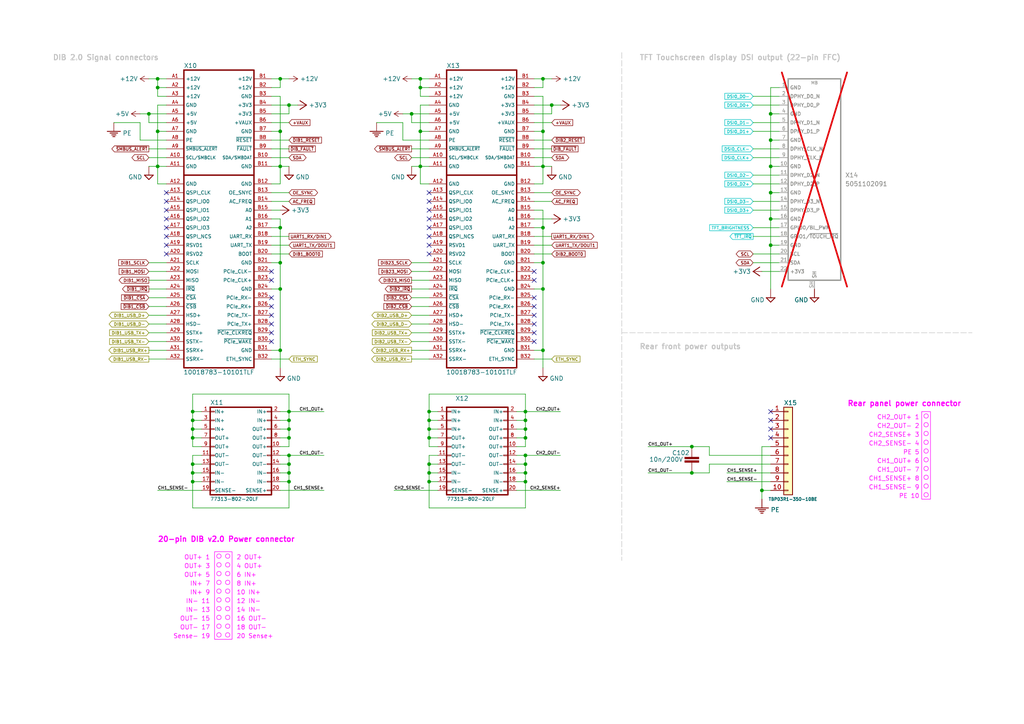
<source format=kicad_sch>
(kicad_sch (version 20250114) (generator "eeschema") (generator_version "9.0")
  (paper "A4")
  (title_block (title "${project_name}") (date "2025-10-14") (rev "${project_version}") (company "${project_creator}") (comment 1 "${project_license}") (comment 2 "${project_info}"))
  (circle (center 268.605 125.73) (radius 0.635) (stroke (width 0.1524) (color 255 0 255 1)))
  (circle (center 66.04 179.07) (radius 0.635) (stroke (width 0.1524) (color 255 0 255 1)))
  (circle (center 63.5 161.29) (radius 0.635) (stroke (width 0.1524) (color 255 0 255 1)))
  (circle (center 268.605 133.35) (radius 0.635) (stroke (width 0.1524) (color 255 0 255 1)))
  (circle (center 63.5 168.91) (radius 0.635) (stroke (width 0.1524) (color 255 0 255 1)))
  (circle (center 66.04 181.61) (radius 0.635) (stroke (width 0.1524) (color 255 0 255 1)))
  (circle (center 268.605 135.89) (radius 0.635) (stroke (width 0.1524) (color 255 0 255 1)))
  (circle (center 66.04 166.37) (radius 0.635) (stroke (width 0.1524) (color 255 0 255 1)))
  (circle (center 66.04 161.29) (radius 0.635) (stroke (width 0.1524) (color 255 0 255 1)))
  (circle (center 63.5 184.15) (radius 0.635) (stroke (width 0.1524) (color 255 0 255 1)))
  (circle (center 66.04 163.83) (radius 0.635) (stroke (width 0.1524) (color 255 0 255 1)))
  (circle (center 63.5 166.37) (radius 0.635) (stroke (width 0.1524) (color 255 0 255 1)))
  (circle (center 63.5 179.07) (radius 0.635) (stroke (width 0.1524) (color 255 0 255 1)))
  (circle (center 66.04 171.45) (radius 0.635) (stroke (width 0.1524) (color 255 0 255 1)))
  (circle (center 63.5 163.83) (radius 0.635) (stroke (width 0.1524) (color 255 0 255 1)))
  (circle (center 268.605 140.97) (radius 0.635) (stroke (width 0.1524) (color 255 0 255 1)))
  (circle (center 66.04 184.15) (radius 0.635) (stroke (width 0.1524) (color 255 0 255 1)))
  (circle (center 268.605 138.43) (radius 0.635) (stroke (width 0.1524) (color 255 0 255 1)))
  (rectangle (start 62.23 160.02) (end 67.31 185.42) (stroke (width 0) (color 255 0 255 1)))
  (circle (center 63.5 173.99) (radius 0.635) (stroke (width 0.1524) (color 255 0 255 1)))
  (circle (center 268.605 120.65) (radius 0.635) (stroke (width 0.1524) (color 255 0 255 1)))
  (circle (center 268.605 143.51) (radius 0.635) (stroke (width 0.1524) (color 255 0 255 1)))
  (rectangle (start 267.335 119.38) (end 269.875 144.78) (stroke (width 0) (color 255 0 255 1)))
  (circle (center 268.605 130.81) (radius 0.635) (stroke (width 0.1524) (color 255 0 255 1)))
  (circle (center 63.5 176.53) (radius 0.635) (stroke (width 0.1524) (color 255 0 255 1)))
  (circle (center 66.04 176.53) (radius 0.635) (stroke (width 0.1524) (color 255 0 255 1)))
  (circle (center 268.605 123.19) (radius 0.635) (stroke (width 0.1524) (color 255 0 255 1)))
  (circle (center 66.04 168.91) (radius 0.635) (stroke (width 0.1524) (color 255 0 255 1)))
  (circle (center 66.04 173.99) (radius 0.635) (stroke (width 0.1524) (color 255 0 255 1)))
  (circle (center 268.605 128.27) (radius 0.635) (stroke (width 0.1524) (color 255 0 255 1)))
  (circle (center 63.5 181.61) (radius 0.635) (stroke (width 0.1524) (color 255 0 255 1)))
  (circle (center 63.5 171.45) (radius 0.635) (stroke (width 0.1524) (color 255 0 255 1)))
  (text "PE 10" (at 266.7 144.78 0) (effects (font (size 1.27 1.27)) (justify right bottom)))
  (text "18 OUT-" (at 68.58 182.88 0) (effects (font (size 1.27 1.27)) (justify left bottom)))
  (text "Rear front power outputs" (at 185.42 101.6 0) (effects (font (size 1.524 1.524) (thickness 0.3048) (bold yes)) (justify left bottom)))
  (text "IN- 13" (at 60.96 177.8 0) (effects (font (size 1.27 1.27)) (justify right bottom)))
  (text "CH1_OUT+ 6" (at 266.7 134.62 0) (effects (font (size 1.27 1.27)) (justify right bottom)))
  (text "CH2_SENSE+ 3" (at 266.7 127 0) (effects (font (size 1.27 1.27)) (justify right bottom)))
  (text "OUT+ 3" (at 60.96 165.1 0) (effects (font (size 1.27 1.27)) (justify right bottom)))
  (text "CH1_OUT- 7" (at 266.7 137.16 0) (effects (font (size 1.27 1.27)) (justify right bottom)))
  (text "20 Sense+" (at 68.58 185.42 0) (effects (font (size 1.27 1.27)) (justify left bottom)))
  (text "DIB 2.0 Signal connectors" (at 15.24 17.78 0) (effects (font (size 1.524 1.524) (thickness 0.3048) (bold yes)) (justify left bottom)))
  (text "IN- 11" (at 60.96 175.26 0) (effects (font (size 1.27 1.27)) (justify right bottom)))
  (text "14 IN-" (at 68.58 177.8 0) (effects (font (size 1.27 1.27)) (justify left bottom)))
  (text "OUT+ 5" (at 60.96 167.64 0) (effects (font (size 1.27 1.27)) (justify right bottom)))
  (text "CH1_SENSE- 9" (at 266.7 142.24 0) (effects (font (size 1.27 1.27)) (justify right bottom)))
  (text "2 OUT+" (at 68.58 162.56 0) (effects (font (size 1.27 1.27)) (justify left bottom)))
  (text "CH2_SENSE- 4" (at 266.7 129.54 0) (effects (font (size 1.27 1.27)) (justify right bottom)))
  (text "IN+ 9" (at 60.96 172.72 0) (effects (font (size 1.27 1.27)) (justify right bottom)))
  (text "12 IN-" (at 68.58 175.26 0) (effects (font (size 1.27 1.27)) (justify left bottom)))
  (text "8 IN+" (at 68.58 170.18 0) (effects (font (size 1.27 1.27)) (justify left bottom)))
  (text "IN+ 7" (at 60.96 170.18 0) (effects (font (size 1.27 1.27)) (justify right bottom)))
  (text "TFT Touchscreen display DSI output (22-pin FFC)" (at 185.42 17.78 0) (effects (font (size 1.524 1.524) (thickness 0.3048) (bold yes)) (justify left bottom)))
  (text "OUT- 15" (at 60.96 180.34 0) (effects (font (size 1.27 1.27)) (justify right bottom)))
  (text "Rear panel power connector" (at 245.745 118.11 0) (effects (font (size 1.524 1.524) (thickness 0.3048) (bold yes)) (justify left bottom)))
  (text "6 IN+" (at 68.58 167.64 0) (effects (font (size 1.27 1.27)) (justify left bottom)))
  (text "OUT- 17" (at 60.96 182.88 0) (effects (font (size 1.27 1.27)) (justify right bottom)))
  (text "PE 5" (at 266.7 132.08 0) (effects (font (size 1.27 1.27)) (justify right bottom)))
  (text "CH2_OUT+ 1" (at 266.7 121.92 0) (effects (font (size 1.27 1.27)) (justify right bottom)))
  (text "20-pin DIB v2.0 Power connector" (at 45.72 157.48 0) (effects (font (size 1.524 1.524) (thickness 0.3048) (bold yes)) (justify left bottom)))
  (text "10 IN+" (at 68.58 172.72 0) (effects (font (size 1.27 1.27)) (justify left bottom)))
  (text "4 OUT+" (at 68.58 165.1 0) (effects (font (size 1.27 1.27)) (justify left bottom)))
  (text "Sense- 19" (at 60.96 185.42 0) (effects (font (size 1.27 1.27)) (justify right bottom)))
  (text "CH2_OUT- 2" (at 266.7 124.46 0) (effects (font (size 1.27 1.27)) (justify right bottom)))
  (text "16 OUT-" (at 68.58 180.34 0) (effects (font (size 1.27 1.27)) (justify left bottom)))
  (text "CH1_SENSE+ 8" (at 266.7 139.7 0) (effects (font (size 1.27 1.27)) (justify right bottom)))
  (text "OUT+ 1" (at 60.96 162.56 0) (effects (font (size 1.27 1.27)) (justify right bottom)))
  (junction (at 83.82 134.62))
  (junction (at 124.46 134.62))
  (junction (at 83.82 124.46))
  (junction (at 124.46 121.92))
  (junction (at 81.28 101.6))
  (junction (at 157.48 101.6))
  (junction (at 157.48 48.26))
  (junction (at 223.52 55.88))
  (junction (at 223.52 48.26))
  (junction (at 81.28 66.04))
  (junction (at 55.88 121.92))
  (junction (at 152.4 132.08))
  (junction (at 43.18 33.02))
  (junction (at 55.88 119.38))
  (junction (at 121.92 22.86))
  (junction (at 157.48 76.2))
  (junction (at 223.52 71.12))
  (junction (at 157.48 83.82))
  (junction (at 83.82 30.48))
  (junction (at 55.88 137.16))
  (junction (at 81.28 76.2))
  (junction (at 55.88 134.62))
  (junction (at 124.46 124.46))
  (junction (at 152.4 137.16))
  (junction (at 152.4 121.92))
  (junction (at 152.4 139.7))
  (junction (at 223.52 63.5))
  (junction (at 157.48 66.04))
  (junction (at 200.66 137.16))
  (junction (at 83.82 132.08))
  (junction (at 121.92 25.4))
  (junction (at 119.38 33.02))
  (junction (at 83.82 127))
  (junction (at 81.28 22.86))
  (junction (at 55.88 124.46))
  (junction (at 223.52 33.02))
  (junction (at 45.72 48.26))
  (junction (at 152.4 127))
  (junction (at 160.02 30.48))
  (junction (at 83.82 137.16))
  (junction (at 200.66 129.54))
  (junction (at 55.88 139.7))
  (junction (at 45.72 22.86))
  (junction (at 83.82 139.7))
  (junction (at 157.48 22.86))
  (junction (at 152.4 134.62))
  (junction (at 124.46 137.16))
  (junction (at 83.82 121.92))
  (junction (at 124.46 119.38))
  (junction (at 81.28 38.1))
  (junction (at 81.28 83.82))
  (junction (at 152.4 124.46))
  (junction (at 124.46 139.7))
  (junction (at 121.92 38.1))
  (junction (at 220.98 142.24))
  (junction (at 45.72 25.4))
  (junction (at 157.48 38.1))
  (junction (at 45.72 38.1))
  (junction (at 83.82 119.38))
  (junction (at 223.52 40.64))
  (junction (at 55.88 127))
  (junction (at 81.28 48.26))
  (junction (at 152.4 119.38))
  (junction (at 121.92 48.26))
  (junction (at 124.46 127))
  (no_connect (at 154.94 81.28))
  (no_connect (at 124.46 71.12))
  (no_connect (at 154.94 96.52))
  (no_connect (at 48.26 71.12))
  (no_connect (at 223.52 124.46))
  (no_connect (at 223.52 127))
  (no_connect (at 124.46 68.58))
  (no_connect (at 48.26 60.96))
  (no_connect (at 78.74 81.28))
  (no_connect (at 48.26 55.88))
  (no_connect (at 48.26 66.04))
  (no_connect (at 124.46 73.66))
  (no_connect (at 78.74 91.44))
  (no_connect (at 48.26 58.42))
  (no_connect (at 78.74 88.9))
  (no_connect (at 78.74 86.36))
  (no_connect (at 154.94 78.74))
  (no_connect (at 223.52 121.92))
  (no_connect (at 124.46 66.04))
  (no_connect (at 48.26 68.58))
  (no_connect (at 78.74 96.52))
  (no_connect (at 124.46 55.88))
  (no_connect (at 124.46 58.42))
  (no_connect (at 78.74 99.06))
  (no_connect (at 48.26 63.5))
  (no_connect (at 78.74 78.74))
  (no_connect (at 223.52 119.38))
  (no_connect (at 154.94 91.44))
  (no_connect (at 48.26 73.66))
  (no_connect (at 154.94 93.98))
  (no_connect (at 154.94 88.9))
  (no_connect (at 154.94 86.36))
  (no_connect (at 124.46 63.5))
  (no_connect (at 124.46 60.96))
  (no_connect (at 78.74 93.98))
  (no_connect (at 154.94 99.06))
  (wire (pts (xy 55.88 139.7) (xy 58.42 139.7)))
  (wire (pts (xy 40.64 35.56) (xy 40.64 40.64)))
  (wire (pts (xy 152.4 139.7) (xy 152.4 147.32)))
  (wire (pts (xy 116.84 40.64) (xy 124.46 40.64)))
  (wire (pts (xy 78.74 71.12) (xy 83.82 71.12)))
  (wire (pts (xy 154.94 76.2) (xy 157.48 76.2)))
  (wire (pts (xy 152.4 132.08) (xy 152.4 134.62)))
  (wire (pts (xy 124.46 137.16) (xy 127 137.16)))
  (wire (pts (xy 45.72 30.48) (xy 45.72 38.1)))
  (wire (pts (xy 45.72 25.4) (xy 45.72 27.94)))
  (wire (pts (xy 109.22 35.56) (xy 116.84 35.56)))
  (wire (pts (xy 154.94 35.56) (xy 160.02 35.56)))
  (wire (pts (xy 121.92 38.1) (xy 121.92 48.26)))
  (wire (pts (xy 152.4 137.16) (xy 152.4 139.7)))
  (wire (pts (xy 119.38 76.2) (xy 124.46 76.2)))
  (wire (pts (xy 223.52 33.02) (xy 226.06 33.02)))
  (wire (pts (xy 124.46 139.7) (xy 127 139.7)))
  (wire (pts (xy 149.86 142.24) (xy 162.56 142.24)))
  (wire (pts (xy 81.28 129.54) (xy 83.82 129.54)))
  (wire (pts (xy 154.94 104.14) (xy 160.02 104.14)))
  (wire (pts (xy 124.46 139.7) (xy 124.46 147.32)))
  (wire (pts (xy 43.18 33.02) (xy 43.18 35.56)))
  (wire (pts (xy 124.46 132.08) (xy 124.46 134.62)))
  (wire (pts (xy 43.18 93.98) (xy 48.26 93.98)))
  (wire (pts (xy 124.46 119.38) (xy 124.46 121.92)))
  (wire (pts (xy 124.46 134.62) (xy 124.46 137.16)))
  (wire (pts (xy 119.38 43.18) (xy 124.46 43.18)))
  (wire (pts (xy 119.38 81.28) (xy 124.46 81.28)))
  (wire (pts (xy 121.92 48.26) (xy 121.92 53.34)))
  (wire (pts (xy 152.4 119.38) (xy 152.4 121.92)))
  (wire (pts (xy 223.52 33.02) (xy 223.52 40.64)))
  (wire (pts (xy 43.18 101.6) (xy 48.26 101.6)))
  (wire (pts (xy 78.74 30.48) (xy 83.82 30.48)))
  (wire (pts (xy 149.86 137.16) (xy 152.4 137.16)))
  (wire (pts (xy 43.18 88.9) (xy 48.26 88.9)))
  (wire (pts (xy 205.74 137.16) (xy 205.74 134.62)))
  (wire (pts (xy 81.28 101.6) (xy 81.28 106.68)))
  (wire (pts (xy 55.88 121.92) (xy 58.42 121.92)))
  (wire (pts (xy 45.72 142.24) (xy 58.42 142.24)))
  (wire (pts (xy 33.02 35.56) (xy 40.64 35.56)))
  (wire (pts (xy 81.28 124.46) (xy 83.82 124.46)))
  (wire (pts (xy 160.02 63.5) (xy 154.94 63.5)))
  (wire (pts (xy 40.64 33.02) (xy 43.18 33.02)))
  (wire (pts (xy 83.82 139.7) (xy 83.82 147.32)))
  (wire (pts (xy 121.92 53.34) (xy 124.46 53.34)))
  (wire (pts (xy 154.94 33.02) (xy 160.02 33.02)))
  (wire (pts (xy 116.84 33.02) (xy 119.38 33.02)))
  (wire (pts (xy 83.82 132.08) (xy 83.82 134.62)))
  (polyline (pts (xy 180.34 15.24) (xy 180.34 162.56)) (stroke (width 0.1524) (type dash) (color 194 194 194 1)))
  (wire (pts (xy 157.48 101.6) (xy 157.48 106.68)))
  (wire (pts (xy 43.18 22.86) (xy 45.72 22.86)))
  (wire (pts (xy 121.92 22.86) (xy 121.92 25.4)))
  (wire (pts (xy 223.52 63.5) (xy 226.06 63.5)))
  (wire (pts (xy 43.18 76.2) (xy 48.26 76.2)))
  (wire (pts (xy 154.94 68.58) (xy 160.02 68.58)))
  (wire (pts (xy 220.98 129.54) (xy 220.98 142.24)))
  (wire (pts (xy 81.28 139.7) (xy 83.82 139.7)))
  (wire (pts (xy 223.52 71.12) (xy 223.52 83.82)))
  (wire (pts (xy 152.4 119.38) (xy 162.56 119.38)))
  (wire (pts (xy 78.74 27.94) (xy 81.28 27.94)))
  (wire (pts (xy 223.52 55.88) (xy 223.52 63.5)))
  (wire (pts (xy 152.4 134.62) (xy 152.4 137.16)))
  (wire (pts (xy 218.44 76.2) (xy 226.06 76.2)))
  (polyline (pts (xy 180.34 96.52) (xy 281.94 96.52)) (stroke (width 0.1524) (type dash) (color 194 194 194 1)))
  (wire (pts (xy 124.46 127) (xy 124.46 129.54)))
  (wire (pts (xy 83.82 127) (xy 83.82 129.54)))
  (wire (pts (xy 78.74 45.72) (xy 83.82 45.72)))
  (wire (pts (xy 152.4 114.3) (xy 152.4 119.38)))
  (wire (pts (xy 154.94 66.04) (xy 157.48 66.04)))
  (wire (pts (xy 154.94 30.48) (xy 160.02 30.48)))
  (wire (pts (xy 45.72 48.26) (xy 45.72 53.34)))
  (wire (pts (xy 218.44 50.8) (xy 226.06 50.8)))
  (wire (pts (xy 218.44 60.96) (xy 226.06 60.96)))
  (wire (pts (xy 43.18 33.02) (xy 48.26 33.02)))
  (wire (pts (xy 119.38 22.86) (xy 121.92 22.86)))
  (wire (pts (xy 81.28 22.86) (xy 83.82 22.86)))
  (wire (pts (xy 78.74 66.04) (xy 81.28 66.04)))
  (wire (pts (xy 119.38 45.72) (xy 124.46 45.72)))
  (wire (pts (xy 78.74 104.14) (xy 83.82 104.14)))
  (wire (pts (xy 152.4 121.92) (xy 152.4 124.46)))
  (wire (pts (xy 55.88 134.62) (xy 58.42 134.62)))
  (wire (pts (xy 149.86 139.7) (xy 152.4 139.7)))
  (wire (pts (xy 55.88 127) (xy 55.88 129.54)))
  (wire (pts (xy 152.4 132.08) (xy 162.56 132.08)))
  (wire (pts (xy 154.94 83.82) (xy 157.48 83.82)))
  (wire (pts (xy 83.82 58.42) (xy 78.74 58.42)))
  (wire (pts (xy 78.74 38.1) (xy 81.28 38.1)))
  (wire (pts (xy 220.98 78.74) (xy 226.06 78.74)))
  (wire (pts (xy 152.4 124.46) (xy 152.4 127)))
  (wire (pts (xy 119.38 101.6) (xy 124.46 101.6)))
  (wire (pts (xy 55.88 119.38) (xy 55.88 121.92)))
  (wire (pts (xy 81.28 22.86) (xy 81.28 25.4)))
  (wire (pts (xy 43.18 43.18) (xy 48.26 43.18)))
  (wire (pts (xy 154.94 38.1) (xy 157.48 38.1)))
  (wire (pts (xy 81.28 38.1) (xy 81.28 48.26)))
  (wire (pts (xy 218.44 68.58) (xy 226.06 68.58)))
  (wire (pts (xy 83.82 30.48) (xy 83.82 33.02)))
  (wire (pts (xy 81.28 101.6) (xy 81.28 83.82)))
  (wire (pts (xy 220.98 129.54) (xy 223.52 129.54)))
  (wire (pts (xy 83.82 121.92) (xy 83.82 124.46)))
  (wire (pts (xy 116.84 35.56) (xy 116.84 40.64)))
  (wire (pts (xy 83.82 43.18) (xy 78.74 43.18)))
  (wire (pts (xy 119.38 99.06) (xy 124.46 99.06)))
  (wire (pts (xy 149.86 119.38) (xy 152.4 119.38)))
  (wire (pts (xy 223.52 40.64) (xy 223.52 48.26)))
  (wire (pts (xy 124.46 124.46) (xy 124.46 127)))
  (wire (pts (xy 223.52 71.12) (xy 226.06 71.12)))
  (wire (pts (xy 78.74 60.96) (xy 81.28 60.96)))
  (wire (pts (xy 218.44 27.94) (xy 226.06 27.94)))
  (wire (pts (xy 55.88 119.38) (xy 58.42 119.38)))
  (wire (pts (xy 119.38 88.9) (xy 124.46 88.9)))
  (wire (pts (xy 81.28 119.38) (xy 83.82 119.38)))
  (wire (pts (xy 81.28 134.62) (xy 83.82 134.62)))
  (wire (pts (xy 121.92 48.26) (xy 119.38 48.26)))
  (wire (pts (xy 223.52 63.5) (xy 223.52 71.12)))
  (wire (pts (xy 154.94 22.86) (xy 157.48 22.86)))
  (wire (pts (xy 223.52 25.4) (xy 223.52 33.02)))
  (wire (pts (xy 121.92 30.48) (xy 124.46 30.48)))
  (wire (pts (xy 160.02 55.88) (xy 154.94 55.88)))
  (wire (pts (xy 114.3 142.24) (xy 127 142.24)))
  (wire (pts (xy 121.92 27.94) (xy 124.46 27.94)))
  (wire (pts (xy 78.74 68.58) (xy 83.82 68.58)))
  (wire (pts (xy 55.88 137.16) (xy 55.88 139.7)))
  (wire (pts (xy 223.52 25.4) (xy 226.06 25.4)))
  (wire (pts (xy 83.82 73.66) (xy 78.74 73.66)))
  (wire (pts (xy 45.72 30.48) (xy 48.26 30.48)))
  (wire (pts (xy 157.48 38.1) (xy 157.48 48.26)))
  (wire (pts (xy 205.74 134.62) (xy 223.52 134.62)))
  (wire (pts (xy 124.46 121.92) (xy 124.46 124.46)))
  (wire (pts (xy 223.52 40.64) (xy 226.06 40.64)))
  (wire (pts (xy 81.28 142.24) (xy 93.98 142.24)))
  (wire (pts (xy 160.02 73.66) (xy 154.94 73.66)))
  (wire (pts (xy 43.18 104.14) (xy 48.26 104.14)))
  (wire (pts (xy 154.94 101.6) (xy 157.48 101.6)))
  (wire (pts (xy 55.88 147.32) (xy 83.82 147.32)))
  (wire (pts (xy 43.18 78.74) (xy 48.26 78.74)))
  (wire (pts (xy 218.44 66.04) (xy 226.06 66.04)))
  (wire (pts (xy 160.02 30.48) (xy 162.56 30.48)))
  (wire (pts (xy 78.74 33.02) (xy 83.82 33.02)))
  (wire (pts (xy 43.18 96.52) (xy 48.26 96.52)))
  (wire (pts (xy 154.94 48.26) (xy 157.48 48.26)))
  (wire (pts (xy 157.48 22.86) (xy 157.48 25.4)))
  (wire (pts (xy 200.66 137.16) (xy 205.74 137.16)))
  (wire (pts (xy 83.82 30.48) (xy 86.36 30.48)))
  (wire (pts (xy 154.94 27.94) (xy 157.48 27.94)))
  (wire (pts (xy 55.88 134.62) (xy 55.88 137.16)))
  (wire (pts (xy 223.52 48.26) (xy 226.06 48.26)))
  (wire (pts (xy 78.74 63.5) (xy 81.28 63.5)))
  (wire (pts (xy 55.88 114.3) (xy 83.82 114.3)))
  (wire (pts (xy 55.88 124.46) (xy 58.42 124.46)))
  (wire (pts (xy 124.46 134.62) (xy 127 134.62)))
  (wire (pts (xy 83.82 119.38) (xy 93.98 119.38)))
  (wire (pts (xy 119.38 78.74) (xy 124.46 78.74)))
  (wire (pts (xy 154.94 25.4) (xy 157.48 25.4)))
  (wire (pts (xy 119.38 93.98) (xy 124.46 93.98)))
  (wire (pts (xy 154.94 45.72) (xy 160.02 45.72)))
  (wire (pts (xy 124.46 127) (xy 127 127)))
  (wire (pts (xy 124.46 119.38) (xy 127 119.38)))
  (wire (pts (xy 45.72 53.34) (xy 48.26 53.34)))
  (wire (pts (xy 81.28 27.94) (xy 81.28 38.1)))
  (wire (pts (xy 45.72 25.4) (xy 48.26 25.4)))
  (wire (pts (xy 40.64 40.64) (xy 48.26 40.64)))
  (wire (pts (xy 187.96 137.16) (xy 200.66 137.16)))
  (wire (pts (xy 205.74 129.54) (xy 205.74 132.08)))
  (wire (pts (xy 210.82 139.7) (xy 223.52 139.7)))
  (wire (pts (xy 119.38 104.14) (xy 124.46 104.14)))
  (wire (pts (xy 160.02 40.64) (xy 154.94 40.64)))
  (wire (pts (xy 83.82 134.62) (xy 83.82 137.16)))
  (wire (pts (xy 154.94 53.34) (xy 157.48 53.34)))
  (wire (pts (xy 55.88 124.46) (xy 55.88 127)))
  (wire (pts (xy 152.4 127) (xy 152.4 129.54)))
  (wire (pts (xy 43.18 45.72) (xy 48.26 45.72)))
  (wire (pts (xy 83.82 137.16) (xy 83.82 139.7)))
  (wire (pts (xy 157.48 48.26) (xy 160.02 48.26)))
  (wire (pts (xy 121.92 25.4) (xy 124.46 25.4)))
  (wire (pts (xy 81.28 63.5) (xy 81.28 66.04)))
  (wire (pts (xy 187.96 129.54) (xy 200.66 129.54)))
  (wire (pts (xy 45.72 22.86) (xy 45.72 25.4)))
  (wire (pts (xy 78.74 35.56) (xy 83.82 35.56)))
  (wire (pts (xy 83.82 114.3) (xy 83.82 119.38)))
  (wire (pts (xy 45.72 22.86) (xy 48.26 22.86)))
  (wire (pts (xy 124.46 114.3) (xy 152.4 114.3)))
  (wire (pts (xy 83.82 124.46) (xy 83.82 127)))
  (wire (pts (xy 78.74 22.86) (xy 81.28 22.86)))
  (wire (pts (xy 121.92 22.86) (xy 124.46 22.86)))
  (wire (pts (xy 45.72 38.1) (xy 48.26 38.1)))
  (wire (pts (xy 218.44 53.34) (xy 226.06 53.34)))
  (wire (pts (xy 218.44 35.56) (xy 226.06 35.56)))
  (wire (pts (xy 154.94 60.96) (xy 157.48 60.96)))
  (wire (pts (xy 119.38 35.56) (xy 124.46 35.56)))
  (wire (pts (xy 124.46 121.92) (xy 127 121.92)))
  (wire (pts (xy 43.18 99.06) (xy 48.26 99.06)))
  (wire (pts (xy 223.52 55.88) (xy 226.06 55.88)))
  (wire (pts (xy 78.74 48.26) (xy 81.28 48.26)))
  (wire (pts (xy 218.44 38.1) (xy 226.06 38.1)))
  (wire (pts (xy 43.18 91.44) (xy 48.26 91.44)))
  (wire (pts (xy 83.82 55.88) (xy 78.74 55.88)))
  (wire (pts (xy 124.46 137.16) (xy 124.46 139.7)))
  (wire (pts (xy 43.18 81.28) (xy 48.26 81.28)))
  (wire (pts (xy 81.28 127) (xy 83.82 127)))
  (wire (pts (xy 78.74 25.4) (xy 81.28 25.4)))
  (wire (pts (xy 81.28 137.16) (xy 83.82 137.16)))
  (wire (pts (xy 124.46 147.32) (xy 152.4 147.32)))
  (wire (pts (xy 43.18 35.56) (xy 48.26 35.56)))
  (wire (pts (xy 157.48 76.2) (xy 157.48 83.82)))
  (wire (pts (xy 55.88 114.3) (xy 55.88 119.38)))
  (wire (pts (xy 200.66 129.54) (xy 205.74 129.54)))
  (wire (pts (xy 154.94 71.12) (xy 160.02 71.12)))
  (wire (pts (xy 45.72 48.26) (xy 48.26 48.26)))
  (wire (pts (xy 220.98 142.24) (xy 220.98 144.78)))
  (wire (pts (xy 121.92 25.4) (xy 121.92 27.94)))
  (wire (pts (xy 55.88 129.54) (xy 58.42 129.54)))
  (wire (pts (xy 55.88 139.7) (xy 55.88 147.32)))
  (wire (pts (xy 83.82 40.64) (xy 78.74 40.64)))
  (wire (pts (xy 121.92 48.26) (xy 124.46 48.26)))
  (wire (pts (xy 157.48 22.86) (xy 160.02 22.86)))
  (wire (pts (xy 119.38 33.02) (xy 124.46 33.02)))
  (wire (pts (xy 119.38 86.36) (xy 124.46 86.36)))
  (wire (pts (xy 55.88 127) (xy 58.42 127)))
  (wire (pts (xy 55.88 121.92) (xy 55.88 124.46)))
  (wire (pts (xy 149.86 127) (xy 152.4 127)))
  (wire (pts (xy 218.44 45.72) (xy 226.06 45.72)))
  (wire (pts (xy 81.28 76.2) (xy 81.28 83.82)))
  (wire (pts (xy 43.18 86.36) (xy 48.26 86.36)))
  (wire (pts (xy 119.38 83.82) (xy 124.46 83.82)))
  (wire (pts (xy 124.46 129.54) (xy 127 129.54)))
  (wire (pts (xy 81.28 48.26) (xy 83.82 48.26)))
  (wire (pts (xy 220.98 142.24) (xy 223.52 142.24)))
  (wire (pts (xy 218.44 73.66) (xy 226.06 73.66)))
  (wire (pts (xy 124.46 132.08) (xy 127 132.08)))
  (wire (pts (xy 119.38 91.44) (xy 124.46 91.44)))
  (wire (pts (xy 83.82 119.38) (xy 83.82 121.92)))
  (wire (pts (xy 205.74 132.08) (xy 223.52 132.08)))
  (wire (pts (xy 149.86 124.46) (xy 152.4 124.46)))
  (wire (pts (xy 157.48 27.94) (xy 157.48 38.1)))
  (wire (pts (xy 149.86 134.62) (xy 152.4 134.62)))
  (wire (pts (xy 78.74 53.34) (xy 81.28 53.34)))
  (wire (pts (xy 43.18 83.82) (xy 48.26 83.82)))
  (wire (pts (xy 218.44 30.48) (xy 226.06 30.48)))
  (wire (pts (xy 157.48 60.96) (xy 157.48 66.04)))
  (wire (pts (xy 160.02 43.18) (xy 154.94 43.18)))
  (wire (pts (xy 160.02 30.48) (xy 160.02 33.02)))
  (wire (pts (xy 210.82 137.16) (xy 223.52 137.16)))
  (wire (pts (xy 55.88 132.08) (xy 55.88 134.62)))
  (wire (pts (xy 81.28 121.92) (xy 83.82 121.92)))
  (wire (pts (xy 160.02 58.42) (xy 154.94 58.42)))
  (wire (pts (xy 218.44 43.18) (xy 226.06 43.18)))
  (wire (pts (xy 83.82 132.08) (xy 93.98 132.08)))
  (wire (pts (xy 157.48 66.04) (xy 157.48 76.2)))
  (wire (pts (xy 81.28 66.04) (xy 81.28 76.2)))
  (wire (pts (xy 55.88 132.08) (xy 58.42 132.08)))
  (wire (pts (xy 45.72 27.94) (xy 48.26 27.94)))
  (wire (pts (xy 45.72 48.26) (xy 43.18 48.26)))
  (wire (pts (xy 78.74 76.2) (xy 81.28 76.2)))
  (wire (pts (xy 78.74 83.82) (xy 81.28 83.82)))
  (wire (pts (xy 119.38 96.52) (xy 124.46 96.52)))
  (wire (pts (xy 223.52 48.26) (xy 223.52 55.88)))
  (wire (pts (xy 81.28 48.26) (xy 81.28 53.34)))
  (wire (pts (xy 119.38 33.02) (xy 119.38 35.56)))
  (wire (pts (xy 124.46 124.46) (xy 127 124.46)))
  (wire (pts (xy 157.48 48.26) (xy 157.48 53.34)))
  (wire (pts (xy 218.44 58.42) (xy 226.06 58.42)))
  (wire (pts (xy 81.28 132.08) (xy 83.82 132.08)))
  (wire (pts (xy 121.92 38.1) (xy 124.46 38.1)))
  (wire (pts (xy 55.88 137.16) (xy 58.42 137.16)))
  (wire (pts (xy 157.48 101.6) (xy 157.48 83.82)))
  (wire (pts (xy 78.74 101.6) (xy 81.28 101.6)))
  (wire (pts (xy 45.72 38.1) (xy 45.72 48.26)))
  (wire (pts (xy 149.86 132.08) (xy 152.4 132.08)))
  (wire (pts (xy 124.46 114.3) (xy 124.46 119.38)))
  (wire (pts (xy 149.86 129.54) (xy 152.4 129.54)))
  (wire (pts (xy 121.92 30.48) (xy 121.92 38.1)))
  (wire (pts (xy 149.86 121.92) (xy 152.4 121.92)))
  (label "CH2_SENSE-" (at 114.3 142.24 0) (effects (font (size 0.889 0.889))))
  (label "CH1_SENSE+" (at 210.82 137.16 0) (effects (font (size 0.889 0.889))))
  (label "CH1_SENSE+" (at 93.98 142.24 180) (effects (font (size 0.889 0.889))))
  (label "CH1_OUT+" (at 187.96 129.54 0) (effects (font (size 0.889 0.889))))
  (label "CH2_OUT+" (at 162.56 119.38 180) (effects (font (size 0.889 0.889))))
  (label "CH2_SENSE+" (at 162.56 142.24 180) (effects (font (size 0.889 0.889))))
  (label "CH1_OUT-" (at 187.96 137.16 0) (effects (font (size 0.889 0.889))))
  (label "CH1_OUT+" (at 93.98 119.38 180) (effects (font (size 0.889 0.889))))
  (label "CH1_SENSE-" (at 210.82 139.7 0) (effects (font (size 0.889 0.889))))
  (label "CH1_SENSE-" (at 45.72 142.24 0) (effects (font (size 0.889 0.889))))
  (label "CH2_OUT-" (at 162.56 132.08 180) (effects (font (size 0.889 0.889))))
  (label "CH1_OUT-" (at 93.98 132.08 180) (effects (font (size 0.889 0.889))))
  (global_label "UART1_RX{slash}DIN1" (shape output) (at 83.82 68.58 0) (effects (font (size 0.889 0.889))) (property "Intersheetrefs" "${INTERSHEET_REFS}" (effects (hide yes))))
  (global_label "~{DIB2_RESET}" (shape input) (at 160.02 40.64 0) (effects (font (size 0.889 0.889))) (property "Intersheetrefs" "${INTERSHEET_REFS}" (effects (hide yes))))
  (global_label "~{SMBUS_ALERT}" (shape output) (at 119.38 43.18 180) (effects (font (size 0.889 0.889))) (property "Intersheetrefs" "${INTERSHEET_REFS}" (effects (hide yes))))
  (global_label "~{DIB1_CSB}" (shape input) (at 43.18 88.9 180) (effects (font (size 0.889 0.889))) (property "Intersheetrefs" "${INTERSHEET_REFS}" (effects (hide yes))))
  (global_label "~{DIB1_CSA}" (shape input) (at 43.18 86.36 180) (effects (font (size 0.889 0.889))) (property "Intersheetrefs" "${INTERSHEET_REFS}" (effects (hide yes))))
  (global_label "SDA" (shape bidirectional) (at 160.02 45.72 0) (effects (font (size 0.889 0.889))) (property "Intersheetrefs" "${INTERSHEET_REFS}" (effects (hide yes))))
  (global_label "DSI0_D1-" (shape input) (at 218.44 35.56 180) (effects (font (size 0.889 0.889))) (property "Intersheetrefs" "${INTERSHEET_REFS}" (effects (hide yes))))
  (global_label "DSI0_D1+" (shape input) (at 218.44 38.1 180) (effects (font (size 0.889 0.889))) (property "Intersheetrefs" "${INTERSHEET_REFS}" (effects (hide yes))))
  (global_label "DSI0_D3+" (shape input) (at 218.44 60.96 180) (effects (font (size 0.889 0.889))) (property "Intersheetrefs" "${INTERSHEET_REFS}" (effects (hide yes))))
  (global_label "DIB1_USB_RX-" (shape output) (at 43.18 104.14 180) (effects (font (size 0.889 0.889))) (property "Intersheetrefs" "${INTERSHEET_REFS}" (effects (hide yes))))
  (global_label "DSI0_CLK+" (shape input) (at 218.44 45.72 180) (effects (font (size 0.889 0.889))) (property "Intersheetrefs" "${INTERSHEET_REFS}" (effects (hide yes))))
  (global_label "SCL" (shape bidirectional) (at 43.18 45.72 180) (effects (font (size 0.889 0.889))) (property "Intersheetrefs" "${INTERSHEET_REFS}" (effects (hide yes))))
  (global_label "SDA" (shape bidirectional) (at 218.44 76.2 180) (effects (font (size 0.889 0.889))) (property "Intersheetrefs" "${INTERSHEET_REFS}" (effects (hide yes))))
  (global_label "DIB1_MISO" (shape output) (at 43.18 81.28 180) (effects (font (size 0.889 0.889))) (property "Intersheetrefs" "${INTERSHEET_REFS}" (effects (hide yes))))
  (global_label "DIB2_USB_TX+" (shape input) (at 119.38 96.52 180) (effects (font (size 0.889 0.889))) (property "Intersheetrefs" "${INTERSHEET_REFS}" (effects (hide yes))))
  (global_label "+VAUX" (shape input) (at 160.02 35.56 0) (effects (font (size 0.889 0.889))) (property "Intersheetrefs" "${INTERSHEET_REFS}" (effects (hide yes))))
  (global_label "~{SMBUS_ALERT}" (shape output) (at 43.18 43.18 180) (effects (font (size 0.889 0.889))) (property "Intersheetrefs" "${INTERSHEET_REFS}" (effects (hide yes))))
  (global_label "SCL" (shape bidirectional) (at 119.38 45.72 180) (effects (font (size 0.889 0.889))) (property "Intersheetrefs" "${INTERSHEET_REFS}" (effects (hide yes))))
  (global_label "~{DIB2_CSA}" (shape input) (at 119.38 86.36 180) (effects (font (size 0.889 0.889))) (property "Intersheetrefs" "${INTERSHEET_REFS}" (effects (hide yes))))
  (global_label "TFT_BRIGHTNESS" (shape input) (at 218.44 66.04 180) (effects (font (size 0.889 0.889))) (property "Intersheetrefs" "${INTERSHEET_REFS}" (effects (hide yes))))
  (global_label "+VAUX" (shape input) (at 83.82 35.56 0) (effects (font (size 0.889 0.889))) (property "Intersheetrefs" "${INTERSHEET_REFS}" (effects (hide yes))))
  (global_label "ETH_SYNC" (shape input) (at 83.82 104.14 0) (effects (font (size 0.889 0.889))) (property "Intersheetrefs" "${INTERSHEET_REFS}" (effects (hide yes))))
  (global_label "DIB2_USB_RX+" (shape output) (at 119.38 101.6 180) (effects (font (size 0.889 0.889))) (property "Intersheetrefs" "${INTERSHEET_REFS}" (effects (hide yes))))
  (global_label "DIB23_SCLK" (shape input) (at 119.38 76.2 180) (effects (font (size 0.889 0.889))) (property "Intersheetrefs" "${INTERSHEET_REFS}" (effects (hide yes))))
  (global_label "DIB1_MOSI" (shape input) (at 43.18 78.74 180) (effects (font (size 0.889 0.889))) (property "Intersheetrefs" "${INTERSHEET_REFS}" (effects (hide yes))))
  (global_label "DSI0_D0-" (shape input) (at 218.44 27.94 180) (effects (font (size 0.889 0.889))) (property "Intersheetrefs" "${INTERSHEET_REFS}" (effects (hide yes))))
  (global_label "DIB1_USB_TX-" (shape input) (at 43.18 99.06 180) (effects (font (size 0.889 0.889))) (property "Intersheetrefs" "${INTERSHEET_REFS}" (effects (hide yes))))
  (global_label "SCL" (shape bidirectional) (at 218.44 73.66 180) (effects (font (size 0.889 0.889))) (property "Intersheetrefs" "${INTERSHEET_REFS}" (effects (hide yes))))
  (global_label "AC_FREQ" (shape input) (at 160.02 58.42 0) (effects (font (size 0.889 0.889))) (property "Intersheetrefs" "${INTERSHEET_REFS}" (effects (hide yes))))
  (global_label "DIB1_USB_D+" (shape bidirectional) (at 43.18 91.44 180) (effects (font (size 0.889 0.889))) (property "Intersheetrefs" "${INTERSHEET_REFS}" (effects (hide yes))))
  (global_label "DIB2_USB_D+" (shape bidirectional) (at 119.38 91.44 180) (effects (font (size 0.889 0.889))) (property "Intersheetrefs" "${INTERSHEET_REFS}" (effects (hide yes))))
  (global_label "DSI0_CLK-" (shape input) (at 218.44 43.18 180) (effects (font (size 0.889 0.889))) (property "Intersheetrefs" "${INTERSHEET_REFS}" (effects (hide yes))))
  (global_label "DSI0_D2+" (shape input) (at 218.44 53.34 180) (effects (font (size 0.889 0.889))) (property "Intersheetrefs" "${INTERSHEET_REFS}" (effects (hide yes))))
  (global_label "DIB2_BOOT0" (shape input) (at 160.02 73.66 0) (effects (font (size 0.889 0.889))) (property "Intersheetrefs" "${INTERSHEET_REFS}" (effects (hide yes))))
  (global_label "~{DIB_FAULT}" (shape passive) (at 160.02 43.18 0) (effects (font (size 0.889 0.889))) (property "Intersheetrefs" "${INTERSHEET_REFS}" (effects (hide yes))))
  (global_label "~{TFT_IRQ}" (shape output) (at 218.44 68.58 180) (effects (font (size 0.889 0.889))) (property "Intersheetrefs" "${INTERSHEET_REFS}" (effects (hide yes))))
  (global_label "DSI0_D2-" (shape input) (at 218.44 50.8 180) (effects (font (size 0.889 0.889))) (property "Intersheetrefs" "${INTERSHEET_REFS}" (effects (hide yes))))
  (global_label "~{DIB2_CSB}" (shape input) (at 119.38 88.9 180) (effects (font (size 0.889 0.889))) (property "Intersheetrefs" "${INTERSHEET_REFS}" (effects (hide yes))))
  (global_label "DIB1_BOOT0" (shape input) (at 83.82 73.66 0) (effects (font (size 0.889 0.889))) (property "Intersheetrefs" "${INTERSHEET_REFS}" (effects (hide yes))))
  (global_label "DSI0_D3-" (shape input) (at 218.44 58.42 180) (effects (font (size 0.889 0.889))) (property "Intersheetrefs" "${INTERSHEET_REFS}" (effects (hide yes))))
  (global_label "DSI0_D0+" (shape input) (at 218.44 30.48 180) (effects (font (size 0.889 0.889))) (property "Intersheetrefs" "${INTERSHEET_REFS}" (effects (hide yes))))
  (global_label "~{DIB_FAULT}" (shape passive) (at 83.82 43.18 0) (effects (font (size 0.889 0.889))) (property "Intersheetrefs" "${INTERSHEET_REFS}" (effects (hide yes))))
  (global_label "OE_SYNC" (shape bidirectional) (at 160.02 55.88 0) (effects (font (size 0.889 0.889))) (property "Intersheetrefs" "${INTERSHEET_REFS}" (effects (hide yes))))
  (global_label "DIB1_SCLK" (shape input) (at 43.18 76.2 180) (effects (font (size 0.889 0.889))) (property "Intersheetrefs" "${INTERSHEET_REFS}" (effects (hide yes))))
  (global_label "ETH_SYNC" (shape input) (at 160.02 104.14 0) (effects (font (size 0.889 0.889))) (property "Intersheetrefs" "${INTERSHEET_REFS}" (effects (hide yes))))
  (global_label "~{DIB2_IRQ}" (shape output) (at 119.38 83.82 180) (effects (font (size 0.889 0.889))) (property "Intersheetrefs" "${INTERSHEET_REFS}" (effects (hide yes))))
  (global_label "DIB2_USB_TX-" (shape input) (at 119.38 99.06 180) (effects (font (size 0.889 0.889))) (property "Intersheetrefs" "${INTERSHEET_REFS}" (effects (hide yes))))
  (global_label "DIB1_USB_RX+" (shape output) (at 43.18 101.6 180) (effects (font (size 0.889 0.889))) (property "Intersheetrefs" "${INTERSHEET_REFS}" (effects (hide yes))))
  (global_label "DIB1_USB_TX+" (shape input) (at 43.18 96.52 180) (effects (font (size 0.889 0.889))) (property "Intersheetrefs" "${INTERSHEET_REFS}" (effects (hide yes))))
  (global_label "~{DIB1_RESET}" (shape input) (at 83.82 40.64 0) (effects (font (size 0.889 0.889))) (property "Intersheetrefs" "${INTERSHEET_REFS}" (effects (hide yes))))
  (global_label "DIB2_USB_RX-" (shape output) (at 119.38 104.14 180) (effects (font (size 0.889 0.889))) (property "Intersheetrefs" "${INTERSHEET_REFS}" (effects (hide yes))))
  (global_label "DIB23_MOSI" (shape input) (at 119.38 78.74 180) (effects (font (size 0.889 0.889))) (property "Intersheetrefs" "${INTERSHEET_REFS}" (effects (hide yes))))
  (global_label "UART1_RX{slash}DIN1" (shape output) (at 160.02 68.58 0) (effects (font (size 0.889 0.889))) (property "Intersheetrefs" "${INTERSHEET_REFS}" (effects (hide yes))))
  (global_label "UART1_TX{slash}DOUT1" (shape input) (at 83.82 71.12 0) (effects (font (size 0.889 0.889))) (property "Intersheetrefs" "${INTERSHEET_REFS}" (effects (hide yes))))
  (global_label "SDA" (shape bidirectional) (at 83.82 45.72 0) (effects (font (size 0.889 0.889))) (property "Intersheetrefs" "${INTERSHEET_REFS}" (effects (hide yes))))
  (global_label "~{DIB1_IRQ}" (shape output) (at 43.18 83.82 180) (effects (font (size 0.889 0.889))) (property "Intersheetrefs" "${INTERSHEET_REFS}" (effects (hide yes))))
  (global_label "DIB23_MISO" (shape output) (at 119.38 81.28 180) (effects (font (size 0.889 0.889))) (property "Intersheetrefs" "${INTERSHEET_REFS}" (effects (hide yes))))
  (global_label "OE_SYNC" (shape bidirectional) (at 83.82 55.88 0) (effects (font (size 0.889 0.889))) (property "Intersheetrefs" "${INTERSHEET_REFS}" (effects (hide yes))))
  (global_label "DIB1_USB_D-" (shape bidirectional) (at 43.18 93.98 180) (effects (font (size 0.889 0.889))) (property "Intersheetrefs" "${INTERSHEET_REFS}" (effects (hide yes))))
  (global_label "AC_FREQ" (shape input) (at 83.82 58.42 0) (effects (font (size 0.889 0.889))) (property "Intersheetrefs" "${INTERSHEET_REFS}" (effects (hide yes))))
  (global_label "UART1_TX{slash}DOUT1" (shape input) (at 160.02 71.12 0) (effects (font (size 0.889 0.889))) (property "Intersheetrefs" "${INTERSHEET_REFS}" (effects (hide yes))))
  (global_label "DIB2_USB_D-" (shape bidirectional) (at 119.38 93.98 180) (effects (font (size 0.889 0.889))) (property "Intersheetrefs" "${INTERSHEET_REFS}" (effects (hide yes))))
  (symbol (lib_id "power:+5V") (at 116.84 33.02 90) (unit 1)
    (property "Reference" "#PWR037" (effects (hide yes)))
    (property "Value" "+5V" (at 113.665 33.02 90) (effects (justify left)))
    (property "Description" "Power symbol creates a global label with name \"+5V\"" (effects (hide yes)))
  )
  (symbol (lib_id "PCM_EEZ_symbols:GND") (at 81.28 109.22 0) (unit 1)
    (property "Reference" "#SUPPLY063" (effects (hide yes)))
    (property "Value" "GND" (at 83.185 110.49 0) (effects (justify left bottom)))
  )
  (symbol (lib_id "PCM_EEZ_symbols:GND") (at 236.22 86.36 0) (mirror y) (unit 1)
    (property "Reference" "#GND032" (effects (hide yes)))
    (property "Value" "GND" (at 232.41 86.995 0))
  )
  (symbol (lib_id "PCM_EEZ_connectors:DIB 2.0 Signal connector") (at 53.34 20.32 0) (unit 1)
    (property "Reference" "X10" (at 55.245 19.05 0))
    (property "Value" "10018783-10101TLF" (at 63.5 107.95 0))
    (property "Footprint" "PCM_EEZ_connectors:10018783-10101TLF" (effects (hide yes)))
    (property "Description" "64-pin connector" (effects (hide yes)))
    (property "DigiKey" "609-1969-ND" (effects (hide yes)))
    (property "Mouser" "649-18783-10101TLF" (effects (hide yes)))
    (property "TME" "1001878310101T-0" (effects (hide yes)))
    (property "LCSC" "C4494856" (effects (hide yes)))
    (property "Label" "DIB #1" (effects (hide yes)))
  )
  (symbol (lib_id "power:+12V") (at 119.38 22.86 90) (mirror x) (unit 1)
    (property "Reference" "#PWR038" (effects (hide yes)))
    (property "Value" "+12V" (at 116.205 22.86 90) (effects (justify left)))
    (property "Description" "Power symbol creates a global label with name \"+12V\"" (effects (hide yes)))
  )
  (symbol (lib_id "PCM_EEZ_symbols:+3V3") (at 83.82 60.96 270) (unit 1)
    (property "Reference" "#+3V027" (effects (hide yes)))
    (property "Value" "+3V3" (at 84.455 60.96 90) (effects (justify left)))
  )
  (symbol (lib_id "PCM_EEZ_symbols:GND") (at 157.48 109.22 0) (unit 1)
    (property "Reference" "#SUPPLY066" (effects (hide yes)))
    (property "Value" "GND" (at 159.385 110.49 0) (effects (justify left bottom)))
  )
  (symbol (lib_id "power:+12V") (at 83.82 22.86 270) (unit 1)
    (property "Reference" "#PWR036" (effects (hide yes)))
    (property "Value" "+12V" (at 86.995 22.86 90) (effects (justify left)))
    (property "Description" "Power symbol creates a global label with name \"+12V\"" (effects (hide yes)))
  )
  (symbol (lib_id "PCM_EEZ_passives:C-EU") (at 200.66 132.08 0) (mirror y) (unit 1)
    (property "Reference" "C102" (at 200.025 132.08 0) (effects (justify left bottom)))
    (property "Value" "10n/200V" (at 198.12 133.985 0) (effects (justify left bottom)))
    (property "Footprint" "PCM_EEZ_passives:C_1206_3216Metric" (effects (hide yes)))
    (property "DigiKey" "311-4491-1-ND" (effects (hide yes)))
    (property "Mouser" "603-C1206KRX7RABB103" (effects (hide yes)))
    (property "TME" "VJ1206Y103KXCTW1BC" (effects (hide yes)))
    (property "LCSC" "C49652935" (effects (hide yes)))
  )
  (symbol (lib_id "PCM_EEZ_connectors:22-pin FFC DSI (MB)") (at 226.06 25.4 0) (unit 1) (in_bom no) (dnp yes)
    (property "Reference" "X14" (at 245.11 50.7999 0) (effects (justify left)))
    (property "Value" "5051102091" (at 245.11 53.3399 0) (effects (justify left)))
    (property "Footprint" "PCM_EEZ_connectors:5051102291" (effects (hide yes)))
    (property "DigiKey" "WM11288CT-ND" (effects (hide yes)))
    (property "Mouser" "538-505110-2291" (effects (hide yes)))
    (property "TME" "5051102291-MOL" (effects (hide yes)))
    (property "LCSC" "C3168367" (effects (hide yes)))
    (property "Label" "TFT DSI" (effects (hide yes)))
  )
  (symbol (lib_id "PCM_EEZ_symbols:PE") (at 33.02 38.1 0) (unit 1)
    (property "Reference" "#PE07" (effects (hide yes)))
    (property "Value" "PE" (at 35.56 39.37 0) (effects (justify left bottom)))
  )
  (symbol (lib_id "PCM_EEZ_connectors:DIB 2.0 Power connector (backplane)") (at 127 119.38 0) (unit 1)
    (property "Reference" "X12" (at 133.985 115.57 0))
    (property "Value" "77313-802-20LF" (at 129.54 144.145 0) (effects (font (size 1.016 1.016)) (justify left top)))
    (property "Footprint" "PCM_EEZ_connectors:77313-802-20LF" (effects (hide yes)))
    (property "Description" "2x10 pin connector, male" (effects (hide yes)))
    (property "DigiKey" "PH2-20-UA" (effects (hide yes)))
    (property "Mouser" "649-77313-802-20LF" (effects (hide yes)))
    (property "TME" "ZL202-20G" (effects (hide yes)))
    (property "LCSC" "C3327336" (effects (hide yes)))
  )
  (symbol (lib_id "PCM_EEZ_symbols:GND") (at 119.38 50.8 0) (mirror y) (unit 1)
    (property "Reference" "#SUPPLY065" (effects (hide yes)))
    (property "Value" "GND" (at 117.475 52.07 0) (effects (justify left bottom)))
  )
  (symbol (lib_id "PCM_EEZ_symbols:GND") (at 83.82 50.8 0) (unit 1)
    (property "Reference" "#SUPPLY064" (effects (hide yes)))
    (property "Value" "GND" (at 85.725 52.07 0) (effects (justify left bottom)))
  )
  (symbol (lib_id "PCM_EEZ_symbols:PE") (at 220.98 147.32 0) (unit 1)
    (property "Reference" "#PE09" (effects (hide yes)))
    (property "Value" "PE" (at 223.52 148.59 0) (effects (justify left bottom)))
  )
  (symbol (lib_id "PCM_EEZ_symbols:+3V3") (at 165.1 30.48 270) (unit 1)
    (property "Reference" "#+3V030" (effects (hide yes)))
    (property "Value" "+3V3" (at 165.735 30.48 90) (effects (justify left)))
  )
  (symbol (lib_id "Connector_Generic:Conn_01x10") (at 228.6 129.54 0) (unit 1)
    (property "Reference" "X15" (at 227.33 116.84 0) (effects (justify left)))
    (property "Value" "TBP03R1-350-10BE" (at 222.885 144.78 0) (effects (font (size 0.889 0.889)) (justify left)))
    (property "Footprint" "PCM_EEZ_connectors:TBP03R1-350-10BE" (effects (hide yes)))
    (property "Description" "Generic connector, single row, 01x10, script generated (kicad-library-utils/schlib/autogen/connector/)" (effects (hide yes)))
    (property "DigiKey" "2223-TBP03R1-350-10BE-ND" (effects (hide yes)))
    (property "Mouser" "179-TBP03R1-350-10BE " (effects (hide yes)))
    (property "TME" "-" (effects (hide yes)))
    (property "LCSC" "C3585132" (effects (hide yes)))
  )
  (symbol (lib_id "PCM_EEZ_symbols:PE") (at 109.22 38.1 0) (unit 1)
    (property "Reference" "#PE08" (effects (hide yes)))
    (property "Value" "PE" (at 111.76 39.37 0) (effects (justify left bottom)))
  )
  (symbol (lib_id "power:+12V") (at 160.02 22.86 270) (unit 1)
    (property "Reference" "#PWR039" (effects (hide yes)))
    (property "Value" "+12V" (at 163.195 22.86 90) (effects (justify left)))
    (property "Description" "Power symbol creates a global label with name \"+12V\"" (effects (hide yes)))
  )
  (symbol (lib_id "power:+5V") (at 40.64 33.02 90) (unit 1)
    (property "Reference" "#PWR034" (effects (hide yes)))
    (property "Value" "+5V" (at 37.465 33.02 90) (effects (justify left)))
    (property "Description" "Power symbol creates a global label with name \"+5V\"" (effects (hide yes)))
  )
  (symbol (lib_id "PCM_EEZ_symbols:+3V3") (at 162.56 63.5 270) (unit 1)
    (property "Reference" "#+3V029" (effects (hide yes)))
    (property "Value" "+3V3" (at 163.195 63.5 90) (effects (justify left)))
  )
  (symbol (lib_id "PCM_EEZ_symbols:GND") (at 160.02 50.8 0) (unit 1)
    (property "Reference" "#SUPPLY067" (effects (hide yes)))
    (property "Value" "GND" (at 161.925 52.07 0) (effects (justify left bottom)))
  )
  (symbol (lib_id "power:+12V") (at 43.18 22.86 90) (mirror x) (unit 1)
    (property "Reference" "#PWR035" (effects (hide yes)))
    (property "Value" "+12V" (at 40.005 22.86 90) (effects (justify left)))
    (property "Description" "Power symbol creates a global label with name \"+12V\"" (effects (hide yes)))
  )
  (symbol (lib_id "PCM_EEZ_symbols:+3V3") (at 218.44 78.74 90) (mirror x) (unit 1)
    (property "Reference" "#+3V031" (effects (hide yes)))
    (property "Value" "+3V3" (at 217.805 78.74 90) (effects (justify left)))
  )
  (symbol (lib_id "PCM_EEZ_connectors:DIB 2.0 Signal connector") (at 129.54 20.32 0) (unit 1)
    (property "Reference" "X13" (at 131.445 19.05 0))
    (property "Value" "10018783-10101TLF" (at 139.7 107.95 0))
    (property "Footprint" "PCM_EEZ_connectors:10018783-10101TLF" (effects (hide yes)))
    (property "Description" "64-pin connector" (effects (hide yes)))
    (property "DigiKey" "609-1969-ND" (effects (hide yes)))
    (property "Mouser" "649-18783-10101TLF" (effects (hide yes)))
    (property "TME" "1001878310101T-0" (effects (hide yes)))
    (property "LCSC" "C4494856" (effects (hide yes)))
    (property "Label" "DIB #2" (effects (hide yes)))
  )
  (symbol (lib_id "PCM_EEZ_symbols:GND") (at 223.52 86.36 0) (mirror y) (unit 1)
    (property "Reference" "#GND031" (effects (hide yes)))
    (property "Value" "GND" (at 219.71 86.995 0))
  )
  (symbol (lib_id "PCM_EEZ_connectors:DIB 2.0 Power connector (backplane)") (at 58.42 119.38 0) (unit 1)
    (property "Reference" "X11" (at 60.96 117.475 0) (effects (justify left bottom)))
    (property "Value" "77313-802-20LF" (at 60.96 144.145 0) (effects (font (size 1.016 1.016)) (justify left top)))
    (property "Footprint" "PCM_EEZ_connectors:77313-802-20LF" (effects (hide yes)))
    (property "Description" "2x10 pin connector, male" (effects (hide yes)))
    (property "DigiKey" "PH2-20-UA" (effects (hide yes)))
    (property "Mouser" "649-77313-802-20LF" (effects (hide yes)))
    (property "TME" "ZL202-20G" (effects (hide yes)))
    (property "LCSC" "C3327336" (effects (hide yes)))
  )
  (symbol (lib_id "PCM_EEZ_symbols:+3V3") (at 88.9 30.48 270) (unit 1)
    (property "Reference" "#+3V028" (effects (hide yes)))
    (property "Value" "+3V3" (at 89.535 30.48 90) (effects (justify left)))
  )
  (symbol (lib_id "PCM_EEZ_symbols:GND") (at 43.18 50.8 0) (mirror y) (unit 1)
    (property "Reference" "#SUPPLY062" (effects (hide yes)))
    (property "Value" "GND" (at 41.275 52.07 0) (effects (justify left bottom)))
  )
)
</source>
